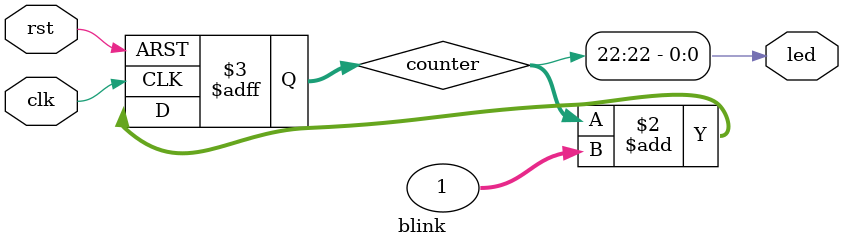
<source format=sv>
module blink (
    input  clk,
    input  rst,
    output led
);
    logic [31:0] counter;
    assign led = counter[22];

    always_ff @(posedge clk or posedge rst) begin
        if (rst) begin
            counter <= 32'b0;
        end else begin
            counter <= counter + 1;
        end
    end
endmodule

</source>
